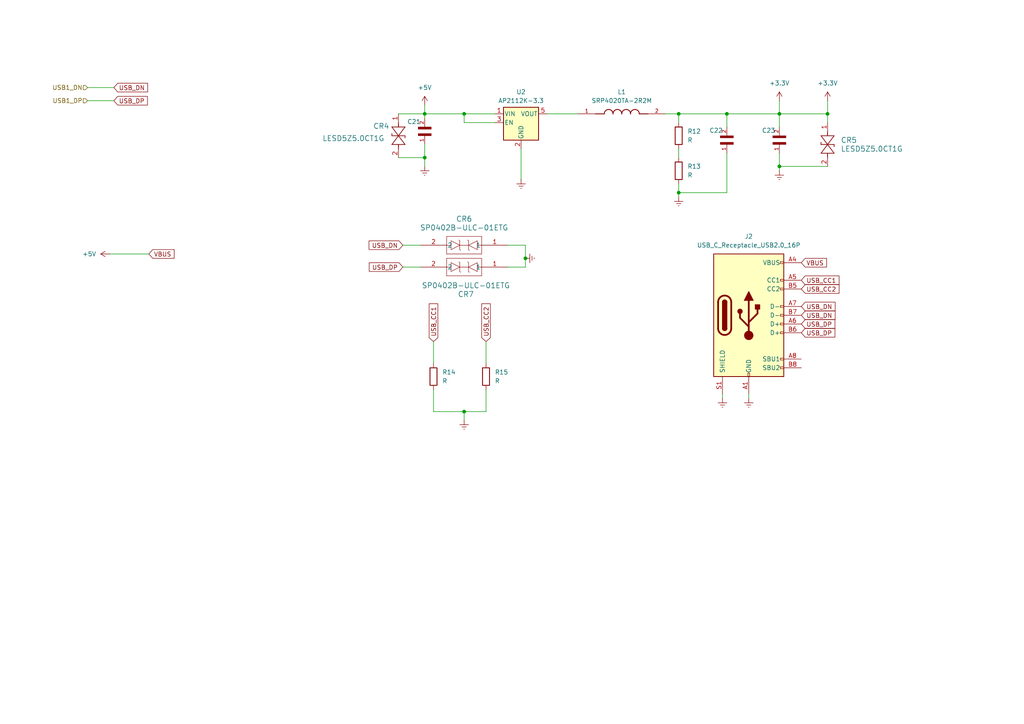
<source format=kicad_sch>
(kicad_sch (version 20250114) (generator "eeschema") (generator_version "9.0")
  (paper "A4")
  (lib_symbols
    (symbol "2025-11-16_12-15-03:SP0402B-ULC-01ETG" (pin_names (offset 0.254))
      (property "Reference" "CR" (at 12.7 7.62 0))
      (property "Value" "SP0402B-ULC-01ETG" (at 12.7 5.08 0))
      (symbol "SP0402B-ULC-01ETG_0_1"
        (polyline (pts (xy 7.62 2.54) (xy 7.62 -2.54)) (stroke (width 0.127)))
        (polyline (pts (xy 7.62 0) (xy 8.89 0)) (stroke (width 0.127)))
        (polyline (pts (xy 7.62 -2.54) (xy 17.78 -2.54)) (stroke (width 0.127)))
        (polyline (pts (xy 8.89 1.27) (xy 11.43 0)) (stroke (width 0.127)))
        (polyline (pts (xy 8.89 -1.27) (xy 8.89 1.27)) (stroke (width 0.127)))
        (polyline (pts (xy 11.43 1.27) (xy 11.176 1.524)) (stroke (width 0.127)))
        (polyline (pts (xy 11.43 1.27) (xy 11.43 -1.27)) (stroke (width 0.127)))
        (polyline (pts (xy 11.43 0) (xy 8.89 -1.27)) (stroke (width 0.127)))
        (polyline (pts (xy 11.43 -1.27) (xy 11.684 -1.524)) (stroke (width 0.127)))
        (polyline (pts (xy 13.97 1.27) (xy 13.716 1.524)) (stroke (width 0.127)))
        (polyline (pts (xy 13.97 0) (xy 11.43 0)) (stroke (width 0.127)))
        (polyline (pts (xy 13.97 0) (xy 16.51 1.27)) (stroke (width 0.127)))
        (polyline (pts (xy 13.97 -1.27) (xy 13.97 1.27)) (stroke (width 0.127)))
        (polyline (pts (xy 13.97 -1.27) (xy 14.224 -1.524)) (stroke (width 0.127)))
        (polyline (pts (xy 16.51 1.27) (xy 16.51 -1.27)) (stroke (width 0.127)))
        (polyline (pts (xy 16.51 0) (xy 17.78 0)) (stroke (width 0.127)))
        (polyline (pts (xy 16.51 -1.27) (xy 13.97 0)) (stroke (width 0.127)))
        (polyline (pts (xy 17.78 2.54) (xy 7.62 2.54)) (stroke (width 0.127)))
        (polyline (pts (xy 17.78 -2.54) (xy 17.78 2.54)) (stroke (width 0.127)))
        (pin unspecified line (at 0 0 0) (length 7.62) (name "1") (number "1"))
        (pin unspecified line (at 25.4 0 180) (length 7.62) (name "2") (number "2"))
      )
    )
    (symbol "2025-11-16_16-15-52:LESD5Z5.0CT1G" (pin_names (offset 0.254))
      (property "Reference" "CR" (at 6.35 5.08 0))
      (property "Value" "LESD5Z5.0CT1G" (at 6.35 -3.81 0))
      (symbol "LESD5Z5.0CT1G_0_1"
        (polyline (pts (xy 2.54 0) (xy 3.4798 0)) (stroke (width 0.2032)))
        (polyline (pts (xy 3.175 0) (xy 3.81 0)) (stroke (width 0.2032)))
        (polyline (pts (xy 3.81 1.905) (xy 3.81 -1.905)) (stroke (width 0.2032)))
        (polyline (pts (xy 3.81 -1.905) (xy 6.35 0)) (stroke (width 0.2032)))
        (polyline (pts (xy 6.35 1.905) (xy 6.35 -1.905)) (stroke (width 0.2032)))
        (polyline (pts (xy 6.35 1.905) (xy 6.985 1.905)) (stroke (width 0.2032)))
        (polyline (pts (xy 6.35 0) (xy 3.81 1.905)) (stroke (width 0.2032)))
        (polyline (pts (xy 6.35 0) (xy 8.89 -1.905)) (stroke (width 0.2032)))
        (polyline (pts (xy 6.35 -1.905) (xy 5.715 -1.905)) (stroke (width 0.2032)))
        (polyline (pts (xy 8.89 1.905) (xy 6.35 0)) (stroke (width 0.2032)))
        (polyline (pts (xy 8.89 -1.905) (xy 8.89 1.905)) (stroke (width 0.2032)))
        (polyline (pts (xy 9.525 0) (xy 8.89 0)) (stroke (width 0.2032)))
        (polyline (pts (xy 10.16 0) (xy 9.2202 0)) (stroke (width 0.2032)))
        (pin unspecified line (at 0 0 0) (length 2.54) (name "") (number "2"))
        (pin unspecified line (at 12.7 0 180) (length 2.54) (name "") (number "1"))
      )
    )
    (symbol "CL10C100JB8NNNC:CL10C100JB8NNNC" (pin_names (offset 1.016))
      (property "Reference" "C" (at 0 3.8109 0))
      (property "Value" "CL10C100JB8NNNC" (at 0 -5.0885 0))
      (symbol "CL10C100JB8NNNC_0_0"
        (rectangle (start 0 -1.9069) (end 0.635 1.905) (stroke (width 0.1)) (fill (type outline)))
        (rectangle (start 1.9069 -1.9069) (end 2.54 1.905) (stroke (width 0.1)) (fill (type outline)))
        (pin passive line (at -2.54 0 0) (length 2.54) (name "~") (number "1"))
        (pin passive line (at 5.08 0 180) (length 2.54) (name "~") (number "2"))
      )
    )
    (symbol "Connector:USB_C_Receptacle_USB2.0_16P" (pin_names (offset 1.016))
      (property "Reference" "J" (at 0 22.225 0))
      (property "Value" "USB_C_Receptacle_USB2.0_16P" (at 0 19.685 0))
      (symbol "USB_C_Receptacle_USB2.0_16P_0_0"
        (rectangle (start -0.254 -17.78) (end 0.254 -16.764))
        (rectangle (start 10.16 15.494) (end 9.144 14.986))
        (rectangle (start 10.16 10.414) (end 9.144 9.906))
        (rectangle (start 10.16 7.874) (end 9.144 7.366))
        (rectangle (start 10.16 2.794) (end 9.144 2.286))
        (rectangle (start 10.16 0.254) (end 9.144 -0.254))
        (rectangle (start 10.16 -2.286) (end 9.144 -2.794))
        (rectangle (start 10.16 -4.826) (end 9.144 -5.334))
        (rectangle (start 10.16 -12.446) (end 9.144 -12.954))
        (rectangle (start 10.16 -14.986) (end 9.144 -15.494))
      )
      (symbol "USB_C_Receptacle_USB2.0_16P_0_1"
        (rectangle (start -10.16 17.78) (end 10.16 -17.78) (stroke (width 0.254)) (fill (type background)))
        (polyline (pts (xy -8.89 -3.81) (xy -8.89 3.81)) (stroke (width 0.508)))
        (rectangle (start -7.62 -3.81) (end -6.35 3.81) (stroke (width 0.254)) (fill (type outline)))
        (arc (start -7.62 3.81) (mid -6.985 4.4423) (end -6.35 3.81) (stroke (width 0.254)))
        (arc (start -7.62 3.81) (mid -6.985 4.4423) (end -6.35 3.81) (stroke (width 0.254)) (fill (type outline)))
        (arc (start -8.89 3.81) (mid -6.985 5.7067) (end -5.08 3.81) (stroke (width 0.508)))
        (arc (start -5.08 -3.81) (mid -6.985 -5.7067) (end -8.89 -3.81) (stroke (width 0.508)))
        (arc (start -6.35 -3.81) (mid -6.985 -4.4423) (end -7.62 -3.81) (stroke (width 0.254)))
        (arc (start -6.35 -3.81) (mid -6.985 -4.4423) (end -7.62 -3.81) (stroke (width 0.254)) (fill (type outline)))
        (polyline (pts (xy -5.08 3.81) (xy -5.08 -3.81)) (stroke (width 0.508)))
        (circle (center -2.54 1.143) (radius 0.635) (stroke (width 0.254)) (fill (type outline)))
        (polyline (pts (xy -1.27 4.318) (xy 0 6.858) (xy 1.27 4.318) (xy -1.27 4.318)) (stroke (width 0.254)) (fill (type outline)))
        (polyline (pts (xy 0 -2.032) (xy 2.54 0.508) (xy 2.54 1.778)) (stroke (width 0.508)))
        (polyline (pts (xy 0 -3.302) (xy -2.54 -0.762) (xy -2.54 0.508)) (stroke (width 0.508)))
        (polyline (pts (xy 0 -5.842) (xy 0 4.318)) (stroke (width 0.508)))
        (circle (center 0 -5.842) (radius 1.27) (fill (type outline)))
        (rectangle (start 1.905 1.778) (end 3.175 3.048) (stroke (width 0.254)) (fill (type outline)))
      )
      (symbol "USB_C_Receptacle_USB2.0_16P_1_1"
        (pin passive line (at -7.62 -22.86 90) (length 5.08) (name "SHIELD") (number "S1"))
        (pin passive line (at 0 -22.86 90) (length 5.08) (name "GND") (number "A1"))
        (pin passive line (at 0 -22.86 90) (length 5.08) (hide yes) (name "GND") (number "A12"))
        (pin passive line (at 0 -22.86 90) (length 5.08) (hide yes) (name "GND") (number "B1"))
        (pin passive line (at 0 -22.86 90) (length 5.08) (hide yes) (name "GND") (number "B12"))
        (pin passive line (at 15.24 15.24 180) (length 5.08) (name "VBUS") (number "A4"))
        (pin passive line (at 15.24 15.24 180) (length 5.08) (hide yes) (name "VBUS") (number "A9"))
        (pin passive line (at 15.24 15.24 180) (length 5.08) (hide yes) (name "VBUS") (number "B4"))
        (pin passive line (at 15.24 15.24 180) (length 5.08) (hide yes) (name "VBUS") (number "B9"))
        (pin bidirectional line (at 15.24 10.16 180) (length 5.08) (name "CC1") (number "A5"))
        (pin bidirectional line (at 15.24 7.62 180) (length 5.08) (name "CC2") (number "B5"))
        (pin bidirectional line (at 15.24 2.54 180) (length 5.08) (name "D-") (number "A7"))
        (pin bidirectional line (at 15.24 0 180) (length 5.08) (name "D-") (number "B7"))
        (pin bidirectional line (at 15.24 -2.54 180) (length 5.08) (name "D+") (number "A6"))
        (pin bidirectional line (at 15.24 -5.08 180) (length 5.08) (name "D+") (number "B6"))
        (pin bidirectional line (at 15.24 -12.7 180) (length 5.08) (name "SBU1") (number "A8"))
        (pin bidirectional line (at 15.24 -15.24 180) (length 5.08) (name "SBU2") (number "B8"))
      )
    )
    (symbol "Device:R" (pin_numbers (hide yes)) (pin_names (offset 0))
      (property "Reference" "R" (at 2.032 0 90))
      (property "Value" "R" (at 0 0 90))
      (symbol "R_0_1"
        (rectangle (start -1.016 -2.54) (end 1.016 2.54) (stroke (width 0.254)))
      )
      (symbol "R_1_1"
        (pin passive line (at 0 3.81 270) (length 1.27) (name "~") (number "1"))
        (pin passive line (at 0 -3.81 90) (length 1.27) (name "~") (number "2"))
      )
    )
    (symbol "Regulator_Linear:AP2112K-3.3" (pin_names (offset 0.254))
      (property "Reference" "U" (at -5.08 5.715 0))
      (property "Value" "AP2112K-3.3" (at 0 5.715 0))
      (symbol "AP2112K-3.3_0_1"
        (rectangle (start -5.08 4.445) (end 5.08 -5.08) (stroke (width 0.254)) (fill (type background)))
      )
      (symbol "AP2112K-3.3_1_1"
        (pin power_in line (at -7.62 2.54 0) (length 2.54) (name "VIN") (number "1"))
        (pin input line (at -7.62 0 0) (length 2.54) (name "EN") (number "3"))
        (pin power_in line (at 0 -7.62 90) (length 2.54) (name "GND") (number "2"))
        (pin no_connect line (at 5.08 0 180) (length 2.54) (hide yes) (name "NC") (number "4"))
        (pin power_out line (at 7.62 2.54 180) (length 2.54) (name "VOUT") (number "5"))
      )
    )
    (symbol "SRP4020TA-2R2M:SRP4020TA-2R2M" (pin_names (offset 1.016))
      (property "Reference" "L" (at -5.08 2.54 0))
      (property "Value" "SRP4020TA-2R2M" (at -5.08 -2.54 0))
      (symbol "SRP4020TA-2R2M_0_0"
        (polyline (pts (xy -5.08 0) (xy -7.62 0)) (stroke (width 0.254)))
        (arc (start -5.08 0) (mid -3.81 1.2645) (end -2.54 0) (stroke (width 0.254)))
        (arc (start -2.54 0) (mid -1.27 1.2645) (end 0 0) (stroke (width 0.254)))
        (arc (start 0 0) (mid 1.27 1.2645) (end 2.54 0) (stroke (width 0.254)))
        (arc (start 2.54 0) (mid 3.81 1.2645) (end 5.08 0) (stroke (width 0.254)))
        (polyline (pts (xy 5.08 0) (xy 7.62 0)) (stroke (width 0.254)))
        (pin passive line (at -12.7 0 0) (length 5.08) (name "~") (number "1"))
        (pin passive line (at 12.7 0 180) (length 5.08) (name "~") (number "2"))
      )
    )
    (symbol "power:+3.3V" (power) (pin_numbers (hide yes)) (pin_names (offset 0) (hide yes))
      (property "Value" "+3.3V" (at 0 3.556 0))
      (symbol "+3.3V_0_1"
        (polyline (pts (xy -0.762 1.27) (xy 0 2.54)))
        (polyline (pts (xy 0 2.54) (xy 0.762 1.27)))
        (polyline (pts (xy 0 0) (xy 0 2.54)))
      )
      (symbol "+3.3V_1_1"
        (pin power_in line (at 0 0 90) (length 0) (name "~") (number "1"))
      )
    )
    (symbol "power:+5V" (power) (pin_numbers (hide yes)) (pin_names (offset 0) (hide yes))
      (property "Value" "+5V" (at 0 3.556 0))
      (symbol "+5V_0_1"
        (polyline (pts (xy -0.762 1.27) (xy 0 2.54)))
        (polyline (pts (xy 0 2.54) (xy 0.762 1.27)))
        (polyline (pts (xy 0 0) (xy 0 2.54)))
      )
      (symbol "+5V_1_1"
        (pin power_in line (at 0 0 90) (length 0) (name "~") (number "1"))
      )
    )
    (symbol "power:Earth" (power) (pin_numbers (hide yes)) (pin_names (offset 0) (hide yes))
      (property "Value" "Earth" (at 0 -3.81 0))
      (symbol "Earth_0_1"
        (polyline (pts (xy -0.635 -1.905) (xy 0.635 -1.905)))
        (polyline (pts (xy -0.127 -2.54) (xy 0.127 -2.54)))
        (polyline (pts (xy 0 -1.27) (xy 0 0)))
        (polyline (pts (xy 1.27 -1.27) (xy -1.27 -1.27)))
      )
      (symbol "Earth_1_1"
        (pin power_in line (at 0 0 270) (length 0) (name "~") (number "1"))
      )
    )
  )
  (junction (at 152.4 74.93))
  (junction (at 123.19 45.72))
  (junction (at 134.62 119.38))
  (junction (at 196.85 55.88))
  (junction (at 226.06 33.02))
  (junction (at 210.82 33.02))
  (junction (at 240.03 33.02))
  (junction (at 123.19 33.02))
  (junction (at 196.85 33.02))
  (junction (at 134.62 33.02))
  (junction (at 226.06 48.26))
  (wire (pts (xy 210.82 36.83) (xy 210.82 33.02)))
  (wire (pts (xy 226.06 33.02) (xy 240.03 33.02)))
  (wire (pts (xy 240.03 33.02) (xy 240.03 35.56)))
  (wire (pts (xy 240.03 29.21) (xy 240.03 33.02)))
  (wire (pts (xy 125.73 113.03) (xy 125.73 119.38)))
  (wire (pts (xy 226.06 44.45) (xy 226.06 48.26)))
  (wire (pts (xy 31.75 73.66) (xy 43.18 73.66)))
  (wire (pts (xy 25.4 29.21) (xy 33.02 29.21)))
  (wire (pts (xy 226.06 33.02) (xy 210.82 33.02)))
  (wire (pts (xy 209.55 114.3) (xy 209.55 115.57)))
  (wire (pts (xy 210.82 44.45) (xy 210.82 55.88)))
  (wire (pts (xy 152.4 71.12) (xy 152.4 74.93)))
  (wire (pts (xy 158.75 33.02) (xy 167.64 33.02)))
  (wire (pts (xy 217.17 114.3) (xy 217.17 115.57)))
  (wire (pts (xy 226.06 48.26) (xy 226.06 49.53)))
  (wire (pts (xy 125.73 99.06) (xy 125.73 105.41)))
  (wire (pts (xy 134.62 119.38) (xy 134.62 121.92)))
  (wire (pts (xy 210.82 55.88) (xy 196.85 55.88)))
  (wire (pts (xy 143.51 35.56) (xy 134.62 35.56)))
  (wire (pts (xy 116.84 77.47) (xy 121.92 77.47)))
  (wire (pts (xy 115.57 33.02) (xy 123.19 33.02)))
  (wire (pts (xy 123.19 33.02) (xy 123.19 34.29)))
  (wire (pts (xy 193.04 33.02) (xy 196.85 33.02)))
  (wire (pts (xy 151.13 43.18) (xy 151.13 52.07)))
  (wire (pts (xy 147.32 71.12) (xy 152.4 71.12)))
  (wire (pts (xy 115.57 45.72) (xy 123.19 45.72)))
  (wire (pts (xy 123.19 33.02) (xy 134.62 33.02)))
  (wire (pts (xy 196.85 33.02) (xy 210.82 33.02)))
  (wire (pts (xy 140.97 113.03) (xy 140.97 119.38)))
  (wire (pts (xy 196.85 53.34) (xy 196.85 55.88)))
  (wire (pts (xy 226.06 29.21) (xy 226.06 33.02)))
  (wire (pts (xy 147.32 77.47) (xy 152.4 77.47)))
  (wire (pts (xy 116.84 71.12) (xy 121.92 71.12)))
  (wire (pts (xy 134.62 35.56) (xy 134.62 33.02)))
  (wire (pts (xy 140.97 119.38) (xy 134.62 119.38)))
  (wire (pts (xy 196.85 43.18) (xy 196.85 45.72)))
  (wire (pts (xy 152.4 77.47) (xy 152.4 74.93)))
  (wire (pts (xy 196.85 55.88) (xy 196.85 57.15)))
  (wire (pts (xy 196.85 33.02) (xy 196.85 35.56)))
  (wire (pts (xy 226.06 36.83) (xy 226.06 33.02)))
  (wire (pts (xy 123.19 45.72) (xy 123.19 48.26)))
  (wire (pts (xy 25.4 25.4) (xy 33.02 25.4)))
  (wire (pts (xy 226.06 48.26) (xy 240.03 48.26)))
  (wire (pts (xy 140.97 99.06) (xy 140.97 105.41)))
  (wire (pts (xy 125.73 119.38) (xy 134.62 119.38)))
  (wire (pts (xy 123.19 30.48) (xy 123.19 33.02)))
  (wire (pts (xy 123.19 41.91) (xy 123.19 45.72)))
  (wire (pts (xy 134.62 33.02) (xy 143.51 33.02)))
  (global_label "USB_DP" (shape input) (at 33.02 29.21 0) (property "Intersheetrefs" "${INTERSHEET_REFS}" (effects (hide yes))))
  (global_label "USB_DN" (shape input) (at 116.84 71.12 180) (property "Intersheetrefs" "${INTERSHEET_REFS}" (effects (hide yes))))
  (global_label "USB_DN" (shape input) (at 33.02 25.4 0) (property "Intersheetrefs" "${INTERSHEET_REFS}" (effects (hide yes))))
  (global_label "USB_CC1" (shape input) (at 125.73 99.06 90) (property "Intersheetrefs" "${INTERSHEET_REFS}" (effects (hide yes))))
  (global_label "USB_CC1" (shape input) (at 232.41 81.28 0) (property "Intersheetrefs" "${INTERSHEET_REFS}" (effects (hide yes))))
  (global_label "USB_DP" (shape input) (at 232.41 96.52 0) (property "Intersheetrefs" "${INTERSHEET_REFS}" (effects (hide yes))))
  (global_label "USB_CC2" (shape input) (at 232.41 83.82 0) (property "Intersheetrefs" "${INTERSHEET_REFS}" (effects (hide yes))))
  (global_label "USB_DN" (shape input) (at 232.41 88.9 0) (property "Intersheetrefs" "${INTERSHEET_REFS}" (effects (hide yes))))
  (global_label "USB_CC2" (shape input) (at 140.97 99.06 90) (property "Intersheetrefs" "${INTERSHEET_REFS}" (effects (hide yes))))
  (global_label "USB_DP" (shape input) (at 116.84 77.47 180) (property "Intersheetrefs" "${INTERSHEET_REFS}" (effects (hide yes))))
  (global_label "VBUS" (shape input) (at 43.18 73.66 0) (property "Intersheetrefs" "${INTERSHEET_REFS}" (effects (hide yes))))
  (global_label "VBUS" (shape input) (at 232.41 76.2 0) (property "Intersheetrefs" "${INTERSHEET_REFS}" (effects (hide yes))))
  (global_label "USB_DP" (shape input) (at 232.41 93.98 0) (property "Intersheetrefs" "${INTERSHEET_REFS}" (effects (hide yes))))
  (global_label "USB_DN" (shape input) (at 232.41 91.44 0) (property "Intersheetrefs" "${INTERSHEET_REFS}" (effects (hide yes))))
  (hierarchical_label "USB1_DN" (shape input) (at 25.4 25.4 180))
  (hierarchical_label "USB1_DP" (shape input) (at 25.4 29.21 180))
  (symbol (lib_id "Device:R") (at 125.73 109.22 180) (unit 1)
    (property "Reference" "R14" (at 128.27 107.9499 0) (effects (justify right)))
    (property "Value" "R" (at 128.27 110.4899 0) (effects (justify right)))
    (property "Footprint" "Resistor_SMD:R_0201_0603Metric" (effects (hide yes)))
    (property "Description" "Resistor" (effects (hide yes)))
  )
  (symbol (lib_id "power:+5V") (at 123.19 30.48 0) (unit 1)
    (property "Reference" "#PWR028" (effects (hide yes)))
    (property "Value" "+5V" (at 123.19 25.4 0))
    (property "Description" "Power symbol creates a global label with name \"+5V\"" (effects (hide yes)))
  )
  (symbol (lib_id "power:Earth") (at 217.17 115.57 0) (unit 1)
    (property "Reference" "#PWR035" (effects (hide yes)))
    (property "Value" "Earth" (effects (hide yes)))
    (property "Description" "Power symbol creates a global label with name \"Earth\"" (effects (hide yes)))
  )
  (symbol (lib_id "power:+3.3V") (at 226.06 29.21 0) (unit 1)
    (property "Reference" "#PWR033" (effects (hide yes)))
    (property "Value" "+3.3V" (at 226.06 24.13 0))
    (property "Description" "Power symbol creates a global label with name \"+3.3V\"" (effects (hide yes)))
  )
  (symbol (lib_id "2025-11-16_16-15-52:LESD5Z5.0CT1G") (at 115.57 45.72 90) (unit 1)
    (property "Reference" "CR4" (at 108.204 36.576 90) (effects (font (size 1.524 1.524)) (justify right)))
    (property "Value" "LESD5Z5.0CT1G" (at 93.472 40.132 90) (effects (font (size 1.524 1.524)) (justify right)))
    (property "Footprint" "Diode_SMD:D_SOD-523" (effects (hide yes)))
    (property "Datasheet" "LESD5Z5.0CT1G" (effects (hide yes)))
  )
  (symbol (lib_id "power:Earth") (at 134.62 121.92 0) (unit 1)
    (property "Reference" "#PWR037" (effects (hide yes)))
    (property "Value" "Earth" (effects (hide yes)))
    (property "Description" "Power symbol creates a global label with name \"Earth\"" (effects (hide yes)))
  )
  (symbol (lib_id "2025-11-16_16-15-52:LESD5Z5.0CT1G") (at 240.03 48.26 90) (unit 1)
    (property "Reference" "CR5" (at 243.84 40.6399 90) (effects (font (size 1.524 1.524)) (justify right)))
    (property "Value" "LESD5Z5.0CT1G" (at 243.84 43.1799 90) (effects (font (size 1.524 1.524)) (justify right)))
    (property "Footprint" "Diode_SMD:D_SOD-523" (effects (hide yes)))
    (property "Datasheet" "LESD5Z5.0CT1G" (effects (hide yes)))
  )
  (symbol (lib_id "Device:R") (at 196.85 39.37 180) (unit 1)
    (property "Reference" "R12" (at 199.39 38.0999 0) (effects (justify right)))
    (property "Value" "R" (at 199.39 40.6399 0) (effects (justify right)))
    (property "Footprint" "Resistor_SMD:R_0201_0603Metric" (effects (hide yes)))
    (property "Description" "Resistor" (effects (hide yes)))
  )
  (symbol (lib_id "power:Earth") (at 151.13 52.07 0) (unit 1)
    (property "Reference" "#PWR030" (effects (hide yes)))
    (property "Value" "Earth" (effects (hide yes)))
    (property "Description" "Power symbol creates a global label with name \"Earth\"" (effects (hide yes)))
  )
  (symbol (lib_id "Device:R") (at 196.85 49.53 180) (unit 1)
    (property "Reference" "R13" (at 199.39 48.2599 0) (effects (justify right)))
    (property "Value" "R" (at 199.39 50.7999 0) (effects (justify right)))
    (property "Footprint" "Resistor_SMD:R_0201_0603Metric" (effects (hide yes)))
    (property "Description" "Resistor" (effects (hide yes)))
  )
  (symbol (lib_id "Device:R") (at 140.97 109.22 180) (unit 1)
    (property "Reference" "R15" (at 143.51 107.9499 0) (effects (justify right)))
    (property "Value" "R" (at 143.51 110.4899 0) (effects (justify right)))
    (property "Footprint" "Resistor_SMD:R_0201_0603Metric" (effects (hide yes)))
    (property "Description" "Resistor" (effects (hide yes)))
  )
  (symbol (lib_id "power:+3.3V") (at 240.03 29.21 0) (unit 1)
    (property "Reference" "#PWR034" (effects (hide yes)))
    (property "Value" "+3.3V" (at 240.03 24.13 0))
    (property "Description" "Power symbol creates a global label with name \"+3.3V\"" (effects (hide yes)))
  )
  (symbol (lib_id "power:Earth") (at 196.85 57.15 0) (unit 1)
    (property "Reference" "#PWR031" (effects (hide yes)))
    (property "Value" "Earth" (effects (hide yes)))
    (property "Description" "Power symbol creates a global label with name \"Earth\"" (effects (hide yes)))
  )
  (symbol (lib_id "CL10C100JB8NNNC:CL10C100JB8NNNC") (at 210.82 41.91 90) (unit 1)
    (property "Reference" "C22" (at 205.74 37.846 90) (effects (justify right)))
    (property "Value" "CL10C100JB8NNNC" (effects (hide yes)))
    (property "Footprint" "Capacitor_SMD:C_0201_0603Metric" (effects (hide yes)))
    (property "L1_min" "0.1" (effects (hide yes)))
    (property "Check_prices" "https://www.snapeda.com/parts/CL10C100JB8NNNC/Samsung/view-part/?ref=eda" (effects (hide yes)))
    (property "Package" "SMD-2 Samsung" (effects (hide yes)))
    (property "SnapEDA_Link" "https://www.snapeda.com/parts/CL10C100JB8NNNC/Samsung/view-part/?ref=snap" (effects (hide yes)))
    (property "STANDARD" "IPC 7351B" (effects (hide yes)))
    (property "E_min" "0.7" (effects (hide yes)))
    (property "MF" "Samsung" (effects (hide yes)))
    (property "D_min" "1.5" (effects (hide yes)))
    (property "D_nom" "1.6" (effects (hide yes)))
    (property "L_min" "0.1" (effects (hide yes)))
    (property "E_max" "0.9" (effects (hide yes)))
    (property "L_max" "0.5" (effects (hide yes)))
    (property "A_max" "0.9" (effects (hide yes)))
    (property "L1_nom" "0.3" (effects (hide yes)))
    (property "Description_1" "10 pF ±5% 50V Ceramic Capacitor C0G, NP0 0603 (1608 Metric)" (effects (hide yes)))
    (property "D_max" "1.7" (effects (hide yes)))
    (property "A_nom" "0.9" (effects (hide yes)))
    (property "L1_max" "0.5" (effects (hide yes)))
    (property "A_min" "0.9" (effects (hide yes)))
    (property "Availability" "In Stock" (effects (hide yes)))
    (property "MP" "CL10C100JB8NNNC" (effects (hide yes)))
    (property "E_nom" "0.8" (effects (hide yes)))
    (property "MANUFACTURER" "Samsung Electro-Mechanics" (effects (hide yes)))
    (property "Price" "None" (effects (hide yes)))
    (property "L_nom" "0.3" (effects (hide yes)))
  )
  (symbol (lib_id "power:+5V") (at 31.75 73.66 90) (unit 1)
    (property "Reference" "#PWR038" (effects (hide yes)))
    (property "Value" "+5V" (at 27.94 73.6599 90) (effects (justify left)))
    (property "Description" "Power symbol creates a global label with name \"+5V\"" (effects (hide yes)))
  )
  (symbol (lib_id "SRP4020TA-2R2M:SRP4020TA-2R2M") (at 180.34 33.02 0) (unit 1)
    (property "Reference" "L1" (at 180.34 26.67 0))
    (property "Value" "SRP4020TA-2R2M" (at 180.34 29.21 0))
    (property "Footprint" "Inductor_SMD:L_Coilcraft_XxL4020" (effects (hide yes)))
    (property "MF" "Bourns" (effects (hide yes)))
    (property "Description_1" "Inductor Power Shielded Wirewound 2.2uH 20% 100KHz 10Q-Factor Carbonyl Powder 4A 0.061Ohm DCR 1616 Automotive T/R" (effects (hide yes)))
    (property "Package" "None" (effects (hide yes)))
    (property "Price" "None" (effects (hide yes)))
    (property "Check_prices" "https://www.snapeda.com/parts/SRP4020TA2R2M/Bourns/view-part/?ref=eda" (effects (hide yes)))
    (property "STANDARD" "Manufacturer Recommendation" (effects (hide yes)))
    (property "SnapEDA_Link" "https://www.snapeda.com/parts/SRP4020TA2R2M/Bourns/view-part/?ref=snap" (effects (hide yes)))
    (property "MP" "SRP4020TA2R2M" (effects (hide yes)))
    (property "Availability" "In Stock" (effects (hide yes)))
    (property "MANUFACTURER" "Bourns" (effects (hide yes)))
  )
  (symbol (lib_id "2025-11-16_12-15-03:SP0402B-ULC-01ETG") (at 147.32 77.47 180) (unit 1)
    (property "Reference" "CR7" (at 135.128 85.344 0) (effects (font (size 1.524 1.524))))
    (property "Value" "SP0402B-ULC-01ETG" (at 135.128 82.804 0) (effects (font (size 1.524 1.524))))
    (property "Footprint" "SP0402_LTF" (effects (hide yes)))
    (property "Datasheet" "SP0402B-ULC-01ETG" (effects (hide yes)))
  )
  (symbol (lib_id "CL10C100JB8NNNC:CL10C100JB8NNNC") (at 123.19 39.37 90) (unit 1)
    (property "Reference" "C21" (at 118.11 35.306 90) (effects (justify right)))
    (property "Value" "CL10C100JB8NNNC" (effects (hide yes)))
    (property "Footprint" "Capacitor_SMD:C_0201_0603Metric" (effects (hide yes)))
    (property "L1_min" "0.1" (effects (hide yes)))
    (property "Check_prices" "https://www.snapeda.com/parts/CL10C100JB8NNNC/Samsung/view-part/?ref=eda" (effects (hide yes)))
    (property "Package" "SMD-2 Samsung" (effects (hide yes)))
    (property "SnapEDA_Link" "https://www.snapeda.com/parts/CL10C100JB8NNNC/Samsung/view-part/?ref=snap" (effects (hide yes)))
    (property "STANDARD" "IPC 7351B" (effects (hide yes)))
    (property "E_min" "0.7" (effects (hide yes)))
    (property "MF" "Samsung" (effects (hide yes)))
    (property "D_min" "1.5" (effects (hide yes)))
    (property "D_nom" "1.6" (effects (hide yes)))
    (property "L_min" "0.1" (effects (hide yes)))
    (property "E_max" "0.9" (effects (hide yes)))
    (property "L_max" "0.5" (effects (hide yes)))
    (property "A_max" "0.9" (effects (hide yes)))
    (property "L1_nom" "0.3" (effects (hide yes)))
    (property "Description_1" "10 pF ±5% 50V Ceramic Capacitor C0G, NP0 0603 (1608 Metric)" (effects (hide yes)))
    (property "D_max" "1.7" (effects (hide yes)))
    (property "A_nom" "0.9" (effects (hide yes)))
    (property "L1_max" "0.5" (effects (hide yes)))
    (property "A_min" "0.9" (effects (hide yes)))
    (property "Availability" "In Stock" (effects (hide yes)))
    (property "MP" "CL10C100JB8NNNC" (effects (hide yes)))
    (property "E_nom" "0.8" (effects (hide yes)))
    (property "MANUFACTURER" "Samsung Electro-Mechanics" (effects (hide yes)))
    (property "Price" "None" (effects (hide yes)))
    (property "L_nom" "0.3" (effects (hide yes)))
  )
  (symbol (lib_id "power:Earth") (at 226.06 49.53 0) (unit 1)
    (property "Reference" "#PWR032" (effects (hide yes)))
    (property "Value" "Earth" (effects (hide yes)))
    (property "Description" "Power symbol creates a global label with name \"Earth\"" (effects (hide yes)))
  )
  (symbol (lib_id "power:Earth") (at 123.19 48.26 0) (unit 1)
    (property "Reference" "#PWR029" (effects (hide yes)))
    (property "Value" "Earth" (effects (hide yes)))
    (property "Description" "Power symbol creates a global label with name \"Earth\"" (effects (hide yes)))
  )
  (symbol (lib_id "power:Earth") (at 152.4 74.93 90) (unit 1)
    (property "Reference" "#PWR036" (effects (hide yes)))
    (property "Value" "Earth" (effects (hide yes)))
    (property "Description" "Power symbol creates a global label with name \"Earth\"" (effects (hide yes)))
  )
  (symbol (lib_id "power:Earth") (at 209.55 115.57 0) (unit 1)
    (property "Reference" "#PWR039" (effects (hide yes)))
    (property "Value" "Earth" (effects (hide yes)))
    (property "Description" "Power symbol creates a global label with name \"Earth\"" (effects (hide yes)))
  )
  (symbol (lib_id "2025-11-16_12-15-03:SP0402B-ULC-01ETG") (at 147.32 71.12 180) (unit 1)
    (property "Reference" "CR6" (at 134.62 63.5 0) (effects (font (size 1.524 1.524))))
    (property "Value" "SP0402B-ULC-01ETG" (at 134.62 66.04 0) (effects (font (size 1.524 1.524))))
    (property "Footprint" "SP0402_LTF" (effects (hide yes)))
    (property "Datasheet" "SP0402B-ULC-01ETG" (effects (hide yes)))
  )
  (symbol (lib_id "Regulator_Linear:AP2112K-3.3") (at 151.13 35.56 0) (unit 1)
    (property "Reference" "U2" (at 151.13 26.67 0))
    (property "Value" "AP2112K-3.3" (at 151.13 29.21 0))
    (property "Footprint" "Package_TO_SOT_SMD:SOT-23-5" (effects (hide yes)))
    (property "Datasheet" "https://www.diodes.com/assets/Datasheets/AP2112.pdf" (effects (hide yes)))
    (property "Description" "600mA low dropout linear regulator, with enable pin, 3.8V-6V input voltage range, 3.3V fixed positive output, SOT-23-5" (effects (hide yes)))
  )
  (symbol (lib_id "CL10C100JB8NNNC:CL10C100JB8NNNC") (at 226.06 41.91 90) (unit 1)
    (property "Reference" "C23" (at 220.98 37.846 90) (effects (justify right)))
    (property "Value" "CL10C100JB8NNNC" (effects (hide yes)))
    (property "Footprint" "Capacitor_SMD:C_0201_0603Metric" (effects (hide yes)))
    (property "L1_min" "0.1" (effects (hide yes)))
    (property "Check_prices" "https://www.snapeda.com/parts/CL10C100JB8NNNC/Samsung/view-part/?ref=eda" (effects (hide yes)))
    (property "Package" "SMD-2 Samsung" (effects (hide yes)))
    (property "SnapEDA_Link" "https://www.snapeda.com/parts/CL10C100JB8NNNC/Samsung/view-part/?ref=snap" (effects (hide yes)))
    (property "STANDARD" "IPC 7351B" (effects (hide yes)))
    (property "E_min" "0.7" (effects (hide yes)))
    (property "MF" "Samsung" (effects (hide yes)))
    (property "D_min" "1.5" (effects (hide yes)))
    (property "D_nom" "1.6" (effects (hide yes)))
    (property "L_min" "0.1" (effects (hide yes)))
    (property "E_max" "0.9" (effects (hide yes)))
    (property "L_max" "0.5" (effects (hide yes)))
    (property "A_max" "0.9" (effects (hide yes)))
    (property "L1_nom" "0.3" (effects (hide yes)))
    (property "Description_1" "10 pF ±5% 50V Ceramic Capacitor C0G, NP0 0603 (1608 Metric)" (effects (hide yes)))
    (property "D_max" "1.7" (effects (hide yes)))
    (property "A_nom" "0.9" (effects (hide yes)))
    (property "L1_max" "0.5" (effects (hide yes)))
    (property "A_min" "0.9" (effects (hide yes)))
    (property "Availability" "In Stock" (effects (hide yes)))
    (property "MP" "CL10C100JB8NNNC" (effects (hide yes)))
    (property "E_nom" "0.8" (effects (hide yes)))
    (property "MANUFACTURER" "Samsung Electro-Mechanics" (effects (hide yes)))
    (property "Price" "None" (effects (hide yes)))
    (property "L_nom" "0.3" (effects (hide yes)))
  )
  (symbol (lib_id "Connector:USB_C_Receptacle_USB2.0_16P") (at 217.17 91.44 0) (unit 1)
    (property "Reference" "J2" (at 217.17 68.58 0))
    (property "Value" "USB_C_Receptacle_USB2.0_16P" (at 217.17 71.12 0))
    (property "Footprint" "Connector_USB:USB_C_Receptacle_GCT_USB4110" (effects (hide yes)))
    (property "Datasheet" "https://www.usb.org/sites/default/files/documents/usb_type-c.zip" (effects (hide yes)))
    (property "Description" "USB 2.0-only 16P Type-C Receptacle connector" (effects (hide yes)))
  )
)
</source>
